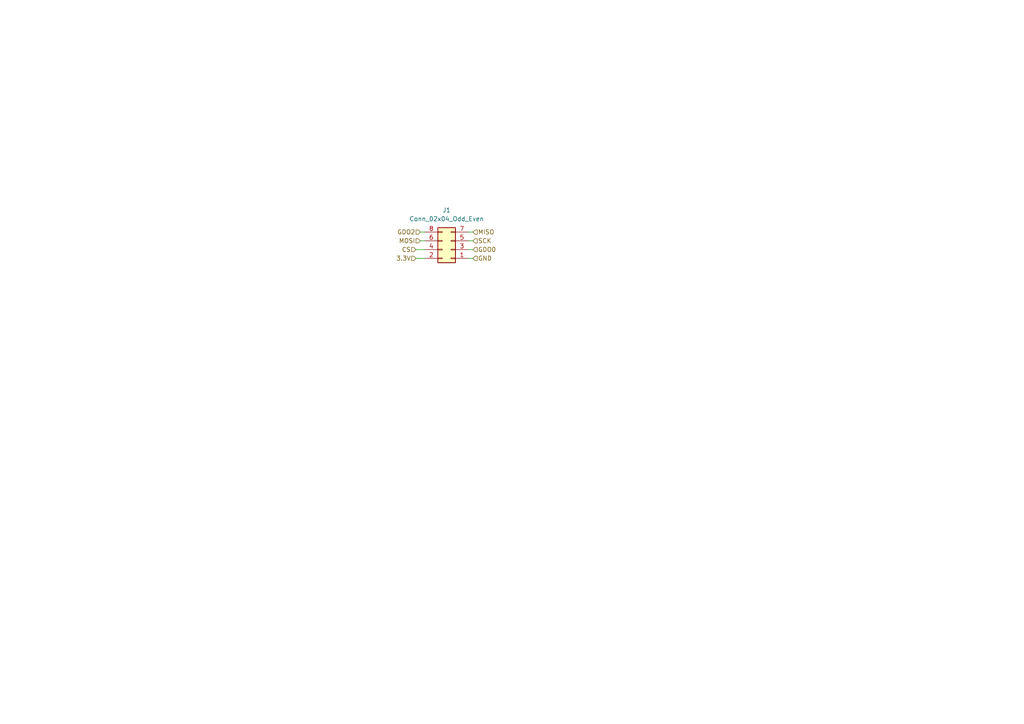
<source format=kicad_sch>
(kicad_sch (version 20231120) (generator "eeschema") (generator_version "8.0")
  (paper "A4")
  (lib_symbols
    (symbol "Connector_Generic:Conn_02x04_Odd_Even" (pin_names (offset 1.016) hide)
      (property "Reference" "J" (at 1.27 5.08 0))
      (property "Value" "Conn_02x04_Odd_Even" (at 1.27 -7.62 0))
      (symbol "Conn_02x04_Odd_Even_1_1"
        (rectangle (start -1.27 -4.953) (end 0 -5.207) (stroke (width 0.1524)))
        (rectangle (start -1.27 -2.413) (end 0 -2.667) (stroke (width 0.1524)))
        (rectangle (start -1.27 0.127) (end 0 -0.127) (stroke (width 0.1524)))
        (rectangle (start -1.27 2.667) (end 0 2.413) (stroke (width 0.1524)))
        (rectangle (start -1.27 3.81) (end 3.81 -6.35) (stroke (width 0.254)) (fill (type background)))
        (rectangle (start 3.81 -4.953) (end 2.54 -5.207) (stroke (width 0.1524)))
        (rectangle (start 3.81 -2.413) (end 2.54 -2.667) (stroke (width 0.1524)))
        (rectangle (start 3.81 0.127) (end 2.54 -0.127) (stroke (width 0.1524)))
        (rectangle (start 3.81 2.667) (end 2.54 2.413) (stroke (width 0.1524)))
        (pin passive line (at -5.08 2.54 0) (length 3.81) (name "Pin_1") (number "1"))
        (pin passive line (at 7.62 2.54 180) (length 3.81) (name "Pin_2") (number "2"))
        (pin passive line (at -5.08 0 0) (length 3.81) (name "Pin_3") (number "3"))
        (pin passive line (at 7.62 0 180) (length 3.81) (name "Pin_4") (number "4"))
        (pin passive line (at -5.08 -2.54 0) (length 3.81) (name "Pin_5") (number "5"))
        (pin passive line (at 7.62 -2.54 180) (length 3.81) (name "Pin_6") (number "6"))
        (pin passive line (at -5.08 -5.08 0) (length 3.81) (name "Pin_7") (number "7"))
        (pin passive line (at 7.62 -5.08 180) (length 3.81) (name "Pin_8") (number "8"))
      )
    )
  )
  (wire (pts (xy 137.16 74.93) (xy 135.89 74.93)))
  (wire (pts (xy 121.92 69.85) (xy 123.19 69.85)))
  (wire (pts (xy 137.16 67.31) (xy 135.89 67.31)))
  (wire (pts (xy 120.65 72.39) (xy 123.19 72.39)))
  (wire (pts (xy 121.92 67.31) (xy 123.19 67.31)))
  (wire (pts (xy 137.16 69.85) (xy 135.89 69.85)))
  (wire (pts (xy 137.16 72.39) (xy 135.89 72.39)))
  (wire (pts (xy 120.65 74.93) (xy 123.19 74.93)))
  (hierarchical_label "MOSI" (shape input) (at 121.92 69.85 180))
  (hierarchical_label "GND" (shape input) (at 137.16 74.93 0))
  (hierarchical_label "CS" (shape input) (at 120.65 72.39 180))
  (hierarchical_label "GDO0" (shape input) (at 137.16 72.39 0))
  (hierarchical_label "GDO2" (shape input) (at 121.92 67.31 180))
  (hierarchical_label "3.3V" (shape input) (at 120.65 74.93 180))
  (hierarchical_label "SCK" (shape input) (at 137.16 69.85 0))
  (hierarchical_label "MISO" (shape input) (at 137.16 67.31 0))
  (symbol (lib_id "Connector_Generic:Conn_02x04_Odd_Even") (at 130.81 72.39 180) (unit 1)
    (property "Reference" "J1" (at 129.54 60.96 0))
    (property "Value" "Conn_02x04_Odd_Even" (at 129.54 63.5 0))
    (property "Footprint" "Connector_PinHeader_2.54mm:PinHeader_2x04_P2.54mm_Vertical" (effects (hide yes)))
    (property "Description" "Generic connector, double row, 02x04, odd/even pin numbering scheme (row 1 odd numbers, row 2 even numbers), script generated (kicad-library-utils/schlib/autogen/connector/)" (effects (hide yes)))
    (instances (project "Drone" (path "" (reference "J1") (unit 1)) (path "" (reference "J8") (unit 1))))
  )
)
</source>
